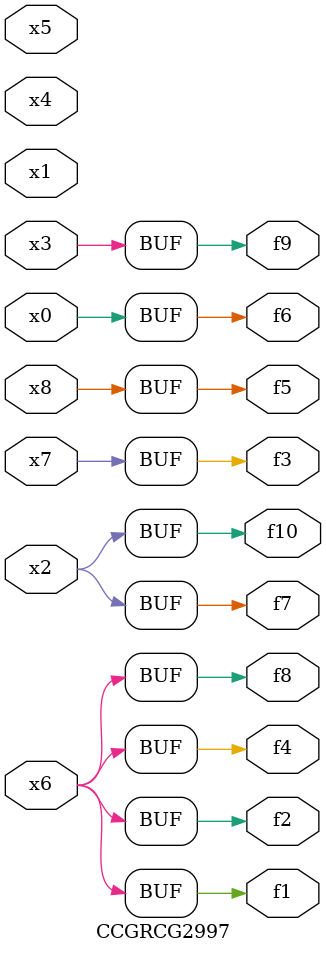
<source format=v>
module CCGRCG2997(
	input x0, x1, x2, x3, x4, x5, x6, x7, x8,
	output f1, f2, f3, f4, f5, f6, f7, f8, f9, f10
);
	assign f1 = x6;
	assign f2 = x6;
	assign f3 = x7;
	assign f4 = x6;
	assign f5 = x8;
	assign f6 = x0;
	assign f7 = x2;
	assign f8 = x6;
	assign f9 = x3;
	assign f10 = x2;
endmodule

</source>
